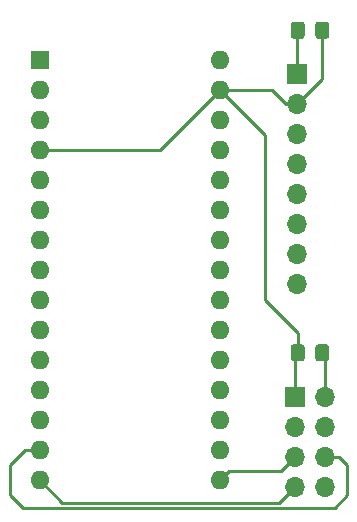
<source format=gbr>
%TF.GenerationSoftware,KiCad,Pcbnew,(5.1.10)-1*%
%TF.CreationDate,2022-03-27T02:24:56-07:00*%
%TF.ProjectId,RC_car,52435f63-6172-42e6-9b69-6361645f7063,rev?*%
%TF.SameCoordinates,Original*%
%TF.FileFunction,Copper,L1,Top*%
%TF.FilePolarity,Positive*%
%FSLAX46Y46*%
G04 Gerber Fmt 4.6, Leading zero omitted, Abs format (unit mm)*
G04 Created by KiCad (PCBNEW (5.1.10)-1) date 2022-03-27 02:24:56*
%MOMM*%
%LPD*%
G01*
G04 APERTURE LIST*
%TA.AperFunction,ComponentPad*%
%ADD10R,1.700000X1.700000*%
%TD*%
%TA.AperFunction,ComponentPad*%
%ADD11O,1.700000X1.700000*%
%TD*%
%TA.AperFunction,ComponentPad*%
%ADD12R,1.600000X1.600000*%
%TD*%
%TA.AperFunction,ComponentPad*%
%ADD13O,1.600000X1.600000*%
%TD*%
%TA.AperFunction,Conductor*%
%ADD14C,0.250000*%
%TD*%
G04 APERTURE END LIST*
D10*
%TO.P,IMU1,1*%
%TO.N,IMU_VCC*%
X168452800Y-78003400D03*
D11*
%TO.P,IMU1,8*%
%TO.N,Net-(IMU1-Pad8)*%
X168452800Y-95783400D03*
%TO.P,IMU1,7*%
%TO.N,Net-(IMU1-Pad7)*%
X168452800Y-93243400D03*
%TO.P,IMU1,5*%
%TO.N,Net-(IMU1-Pad5)*%
X168452800Y-88163400D03*
%TO.P,IMU1,4*%
%TO.N,IMU_SDA*%
X168452800Y-85623400D03*
%TO.P,IMU1,3*%
%TO.N,IMU_SCL*%
X168452800Y-83083400D03*
%TO.P,IMU1,6*%
%TO.N,Net-(IMU1-Pad6)*%
X168452800Y-90703400D03*
%TO.P,IMU1,2*%
%TO.N,GND*%
X168452800Y-80543400D03*
%TD*%
%TO.P,RADIO1,3*%
%TO.N,NRF_CE*%
X168275000Y-107899200D03*
%TO.P,RADIO1,2*%
%TO.N,NRF_VCC*%
X170815000Y-105359200D03*
D10*
%TO.P,RADIO1,1*%
%TO.N,GND*%
X168275000Y-105359200D03*
D11*
%TO.P,RADIO1,6*%
%TO.N,NRF_MOSI*%
X170815000Y-110439200D03*
%TO.P,RADIO1,4*%
%TO.N,NRF_CSN*%
X170815000Y-107899200D03*
%TO.P,RADIO1,5*%
%TO.N,NRF_SCK*%
X168275000Y-110439200D03*
%TO.P,RADIO1,8*%
%TO.N,Net-(RADIO1-Pad8)*%
X170815000Y-112979200D03*
%TO.P,RADIO1,7*%
%TO.N,NRF_MISO*%
X168275000Y-112979200D03*
%TD*%
D12*
%TO.P,Nano1,1*%
%TO.N,Net-(Nano1-Pad1)*%
X146685000Y-76835000D03*
D13*
%TO.P,Nano1,17*%
%TO.N,NRF_VCC*%
X161925000Y-109855000D03*
%TO.P,Nano1,2*%
%TO.N,Net-(Nano1-Pad2)*%
X146685000Y-79375000D03*
%TO.P,Nano1,18*%
%TO.N,Net-(Nano1-Pad18)*%
X161925000Y-107315000D03*
%TO.P,Nano1,3*%
%TO.N,Net-(Nano1-Pad3)*%
X146685000Y-81915000D03*
%TO.P,Nano1,19*%
%TO.N,Net-(Nano1-Pad19)*%
X161925000Y-104775000D03*
%TO.P,Nano1,4*%
%TO.N,GND*%
X146685000Y-84455000D03*
%TO.P,Nano1,20*%
%TO.N,Net-(Nano1-Pad20)*%
X161925000Y-102235000D03*
%TO.P,Nano1,5*%
%TO.N,Net-(Nano1-Pad5)*%
X146685000Y-86995000D03*
%TO.P,Nano1,21*%
%TO.N,Net-(Nano1-Pad21)*%
X161925000Y-99695000D03*
%TO.P,Nano1,6*%
%TO.N,Net-(Nano1-Pad6)*%
X146685000Y-89535000D03*
%TO.P,Nano1,22*%
%TO.N,Net-(Nano1-Pad22)*%
X161925000Y-97155000D03*
%TO.P,Nano1,7*%
%TO.N,Net-(Nano1-Pad7)*%
X146685000Y-92075000D03*
%TO.P,Nano1,23*%
%TO.N,IMU_SDA*%
X161925000Y-94615000D03*
%TO.P,Nano1,8*%
%TO.N,Net-(Nano1-Pad8)*%
X146685000Y-94615000D03*
%TO.P,Nano1,24*%
%TO.N,IMU_SCL*%
X161925000Y-92075000D03*
%TO.P,Nano1,9*%
%TO.N,Net-(Nano1-Pad9)*%
X146685000Y-97155000D03*
%TO.P,Nano1,25*%
%TO.N,Net-(Nano1-Pad25)*%
X161925000Y-89535000D03*
%TO.P,Nano1,10*%
%TO.N,NRF_CE*%
X146685000Y-99695000D03*
%TO.P,Nano1,26*%
%TO.N,Net-(Nano1-Pad26)*%
X161925000Y-86995000D03*
%TO.P,Nano1,11*%
%TO.N,NRF_CSN*%
X146685000Y-102235000D03*
%TO.P,Nano1,27*%
%TO.N,IMU_VCC*%
X161925000Y-84455000D03*
%TO.P,Nano1,12*%
%TO.N,Net-(Nano1-Pad12)*%
X146685000Y-104775000D03*
%TO.P,Nano1,28*%
%TO.N,Net-(Nano1-Pad28)*%
X161925000Y-81915000D03*
%TO.P,Nano1,13*%
%TO.N,Net-(Nano1-Pad13)*%
X146685000Y-107315000D03*
%TO.P,Nano1,29*%
%TO.N,GND*%
X161925000Y-79375000D03*
%TO.P,Nano1,14*%
%TO.N,NRF_MOSI*%
X146685000Y-109855000D03*
%TO.P,Nano1,30*%
%TO.N,Net-(Nano1-Pad30)*%
X161925000Y-76835000D03*
%TO.P,Nano1,15*%
%TO.N,NRF_MISO*%
X146685000Y-112395000D03*
%TO.P,Nano1,16*%
%TO.N,NRF_SCK*%
X161925000Y-112395000D03*
%TD*%
%TO.P,C1,1*%
%TO.N,GND*%
%TA.AperFunction,SMDPad,CuDef*%
G36*
G01*
X171170000Y-73820000D02*
X171170000Y-74770000D01*
G75*
G02*
X170920000Y-75020000I-250000J0D01*
G01*
X170245000Y-75020000D01*
G75*
G02*
X169995000Y-74770000I0J250000D01*
G01*
X169995000Y-73820000D01*
G75*
G02*
X170245000Y-73570000I250000J0D01*
G01*
X170920000Y-73570000D01*
G75*
G02*
X171170000Y-73820000I0J-250000D01*
G01*
G37*
%TD.AperFunction*%
%TO.P,C1,2*%
%TO.N,IMU_VCC*%
%TA.AperFunction,SMDPad,CuDef*%
G36*
G01*
X169095000Y-73820000D02*
X169095000Y-74770000D01*
G75*
G02*
X168845000Y-75020000I-250000J0D01*
G01*
X168170000Y-75020000D01*
G75*
G02*
X167920000Y-74770000I0J250000D01*
G01*
X167920000Y-73820000D01*
G75*
G02*
X168170000Y-73570000I250000J0D01*
G01*
X168845000Y-73570000D01*
G75*
G02*
X169095000Y-73820000I0J-250000D01*
G01*
G37*
%TD.AperFunction*%
%TD*%
%TO.P,C2,2*%
%TO.N,NRF_VCC*%
%TA.AperFunction,SMDPad,CuDef*%
G36*
G01*
X169995000Y-102075000D02*
X169995000Y-101125000D01*
G75*
G02*
X170245000Y-100875000I250000J0D01*
G01*
X170920000Y-100875000D01*
G75*
G02*
X171170000Y-101125000I0J-250000D01*
G01*
X171170000Y-102075000D01*
G75*
G02*
X170920000Y-102325000I-250000J0D01*
G01*
X170245000Y-102325000D01*
G75*
G02*
X169995000Y-102075000I0J250000D01*
G01*
G37*
%TD.AperFunction*%
%TO.P,C2,1*%
%TO.N,GND*%
%TA.AperFunction,SMDPad,CuDef*%
G36*
G01*
X167920000Y-102075000D02*
X167920000Y-101125000D01*
G75*
G02*
X168170000Y-100875000I250000J0D01*
G01*
X168845000Y-100875000D01*
G75*
G02*
X169095000Y-101125000I0J-250000D01*
G01*
X169095000Y-102075000D01*
G75*
G02*
X168845000Y-102325000I-250000J0D01*
G01*
X168170000Y-102325000D01*
G75*
G02*
X167920000Y-102075000I0J250000D01*
G01*
G37*
%TD.AperFunction*%
%TD*%
D14*
%TO.N,NRF_VCC*%
X170815000Y-101832500D02*
X170582500Y-101600000D01*
X170815000Y-105359200D02*
X170815000Y-101832500D01*
%TO.N,GND*%
X168275000Y-101832500D02*
X168507500Y-101600000D01*
X168275000Y-105359200D02*
X168275000Y-101832500D01*
X156845000Y-84455000D02*
X161925000Y-79375000D01*
X146685000Y-84455000D02*
X156845000Y-84455000D01*
X170582500Y-78413700D02*
X170582500Y-74295000D01*
X168452800Y-80543400D02*
X170582500Y-78413700D01*
X161925000Y-79375000D02*
X166370000Y-79375000D01*
X167538400Y-80543400D02*
X168452800Y-80543400D01*
X166370000Y-79375000D02*
X167538400Y-80543400D01*
X168507500Y-101600000D02*
X168507500Y-99927500D01*
X168507500Y-99927500D02*
X165735000Y-97155000D01*
X165735000Y-83185000D02*
X161925000Y-79375000D01*
X165735000Y-97155000D02*
X165735000Y-83185000D01*
%TO.N,IMU_VCC*%
X168452800Y-74349700D02*
X168507500Y-74295000D01*
X168452800Y-78003400D02*
X168452800Y-74349700D01*
%TO.N,NRF_MOSI*%
X146685000Y-109855000D02*
X145415000Y-109855000D01*
X145415000Y-109855000D02*
X144145000Y-111125000D01*
X144145000Y-111125000D02*
X144145000Y-113665000D01*
X145230010Y-114750010D02*
X171634990Y-114750010D01*
X144145000Y-113665000D02*
X145230010Y-114750010D01*
X171634990Y-114750010D02*
X172720000Y-113665000D01*
X172720000Y-113665000D02*
X172720000Y-111125000D01*
X172034200Y-110439200D02*
X170815000Y-110439200D01*
X172720000Y-111125000D02*
X172034200Y-110439200D01*
%TO.N,NRF_MISO*%
X148590000Y-114300000D02*
X146685000Y-112395000D01*
X166954200Y-114300000D02*
X168275000Y-112979200D01*
X148590000Y-114300000D02*
X166954200Y-114300000D01*
%TO.N,NRF_SCK*%
X167119199Y-111595001D02*
X168275000Y-110439200D01*
X162724999Y-111595001D02*
X167119199Y-111595001D01*
X161925000Y-112395000D02*
X162724999Y-111595001D01*
%TD*%
M02*

</source>
